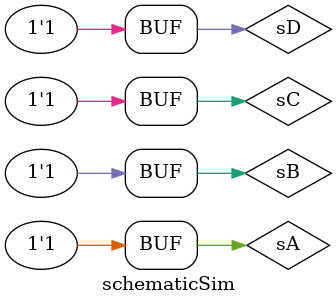
<source format=sv>
`timescale 1ns / 1ps


module schematicSim();

logic sA,sB,sC,sD,sX,sY,sZ;

SchematicModule UUT(
.A(sA), .B(sB), .C(sC), .D(sD), .X(sX), .Y(sY), .Z(sZ));


initial begin
    sA=0; sB=0; sC=0; sD=0;
    #10;
    sD=1;
    #10;
    sC=1; sD=0;
    #10;
    sD=1;
    #10;
    sB=1; sC=0;sD=0;
    #10;
    sD=1;
    #10;
    sC=1; sD=0;
    #10;
    sD=1;
    #10;
    sA=1; sB=0;sC=0;sD=0;
    #10;
    sD=1;
    #10;
    sC=1; sD=0;
    #10;
    sD=1;
    #10;
    sB=1; sC=0; sD=0;
    #10;
    sD=1;
    #10;
    sC=1; sD=0;
    #10;
    sD=1;
end

endmodule

</source>
